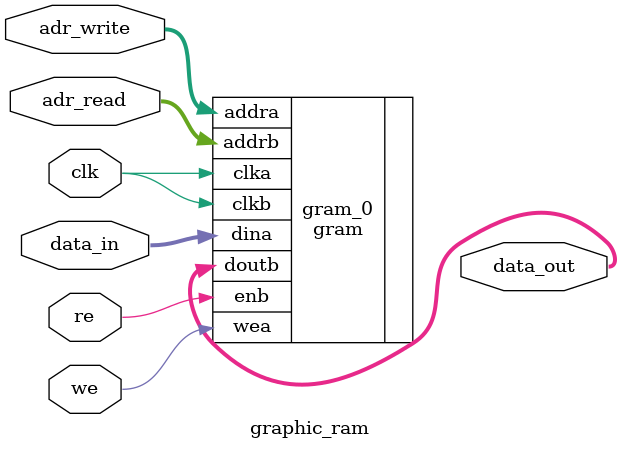
<source format=sv>
`timescale 1ns / 1ps

module graphic_ram(
    input logic clk,
    input logic we,
    input logic re,
    input logic [19:0] adr_write,
    input logic [19:0] adr_read,
    input logic [3:0] data_in,
    output logic [3:0] data_out
    );
    
    gram gram_0(
        .clka(clk),
        .wea(we),
        .addra(adr_write),
        .dina(data_in),
        .clkb(clk),
        .enb(re),
        .addrb(adr_read),
        .doutb(data_out)
    );
    
endmodule

</source>
